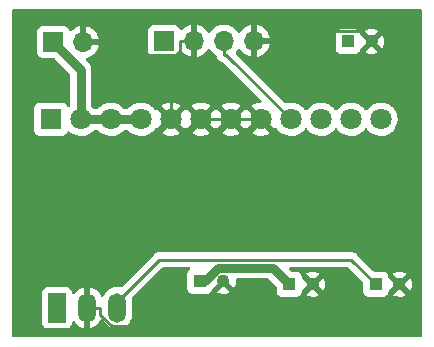
<source format=gbr>
%TF.GenerationSoftware,KiCad,Pcbnew,(6.0.5)*%
%TF.CreationDate,2023-06-19T01:03:16+02:00*%
%TF.ProjectId,PCB_Alimentacion,5043425f-416c-4696-9d65-6e746163696f,rev?*%
%TF.SameCoordinates,Original*%
%TF.FileFunction,Copper,L1,Top*%
%TF.FilePolarity,Positive*%
%FSLAX46Y46*%
G04 Gerber Fmt 4.6, Leading zero omitted, Abs format (unit mm)*
G04 Created by KiCad (PCBNEW (6.0.5)) date 2023-06-19 01:03:16*
%MOMM*%
%LPD*%
G01*
G04 APERTURE LIST*
%TA.AperFunction,ComponentPad*%
%ADD10R,1.500000X2.500000*%
%TD*%
%TA.AperFunction,ComponentPad*%
%ADD11O,1.500000X2.500000*%
%TD*%
%TA.AperFunction,ComponentPad*%
%ADD12C,1.100000*%
%TD*%
%TA.AperFunction,ComponentPad*%
%ADD13R,1.100000X1.100000*%
%TD*%
%TA.AperFunction,ComponentPad*%
%ADD14R,1.800000X1.800000*%
%TD*%
%TA.AperFunction,ComponentPad*%
%ADD15C,1.800000*%
%TD*%
%TA.AperFunction,ComponentPad*%
%ADD16R,1.700000X1.700000*%
%TD*%
%TA.AperFunction,ComponentPad*%
%ADD17O,1.700000X1.700000*%
%TD*%
%TA.AperFunction,Conductor*%
%ADD18C,0.750000*%
%TD*%
%TA.AperFunction,Conductor*%
%ADD19C,0.250000*%
%TD*%
G04 APERTURE END LIST*
D10*
%TO.P,U1,1,Vin*%
%TO.N,PWR*%
X118967500Y-97382500D03*
D11*
%TO.P,U1,2,GND*%
%TO.N,GND*%
X121507500Y-97382500D03*
%TO.P,U1,3,Vout*%
%TO.N,PWR_Arduino*%
X124047500Y-97382500D03*
%TD*%
D12*
%TO.P,C4,N*%
%TO.N,GND*%
X145587500Y-74850000D03*
D13*
%TO.P,C4,P*%
%TO.N,PWR_Raspberry*%
X143587500Y-74850000D03*
%TD*%
D14*
%TO.P,PS1,1,CTRL*%
%TO.N,unconnected-(PS1-Pad1)*%
X118430000Y-81430000D03*
D15*
%TO.P,PS1,2,VIN*%
%TO.N,PWR*%
X120970000Y-81430000D03*
%TO.P,PS1,3,VIN*%
X123510000Y-81430000D03*
%TO.P,PS1,4,VIN*%
X126050000Y-81430000D03*
%TO.P,PS1,5,GND*%
%TO.N,GND*%
X128590000Y-81430000D03*
%TO.P,PS1,6,GND*%
X131130000Y-81430000D03*
%TO.P,PS1,7,GND*%
X133670000Y-81430000D03*
%TO.P,PS1,8,GND*%
X136210000Y-81430000D03*
%TO.P,PS1,9,+VO1*%
%TO.N,PWR_Raspberry*%
X138750000Y-81430000D03*
%TO.P,PS1,10,+VO1*%
X141290000Y-81430000D03*
%TO.P,PS1,11,+VO2*%
%TO.N,unconnected-(PS1-Pad11)*%
X143830000Y-81430000D03*
%TO.P,PS1,12,TRIM*%
%TO.N,unconnected-(PS1-Pad12)*%
X146370000Y-81430000D03*
%TD*%
D16*
%TO.P,J2,1,Pin_1*%
%TO.N,PWR_Arduino*%
X128000000Y-74800000D03*
D17*
%TO.P,J2,2,Pin_2*%
%TO.N,GND*%
X130540000Y-74800000D03*
%TO.P,J2,3,Pin_3*%
%TO.N,PWR_Raspberry*%
X133080000Y-74800000D03*
%TO.P,J2,4,Pin_4*%
%TO.N,GND*%
X135620000Y-74800000D03*
%TD*%
D12*
%TO.P,C3,N*%
%TO.N,GND*%
X147937500Y-95400000D03*
D13*
%TO.P,C3,P*%
%TO.N,PWR_Arduino*%
X145937500Y-95400000D03*
%TD*%
D12*
%TO.P,C2,N*%
%TO.N,GND*%
X140600000Y-95400000D03*
D13*
%TO.P,C2,P*%
%TO.N,PWR*%
X138600000Y-95400000D03*
%TD*%
D16*
%TO.P,J1,1,Pin_1*%
%TO.N,PWR*%
X118625000Y-74900000D03*
D17*
%TO.P,J1,2,Pin_2*%
%TO.N,GND*%
X121165000Y-74900000D03*
%TD*%
D12*
%TO.P,C1,N*%
%TO.N,GND*%
X133037500Y-95150000D03*
D13*
%TO.P,C1,P*%
%TO.N,PWR*%
X131037500Y-95150000D03*
%TD*%
D18*
%TO.N,PWR*%
X120970000Y-77245000D02*
X120970000Y-81430000D01*
X137225489Y-94025489D02*
X138600000Y-95400000D01*
X120970000Y-81430000D02*
X123510000Y-81430000D01*
X118625000Y-74900000D02*
X120970000Y-77245000D01*
X123510000Y-81430000D02*
X126050000Y-81430000D01*
X131447200Y-95150000D02*
X132571711Y-94025489D01*
X132571711Y-94025489D02*
X137225489Y-94025489D01*
X131037500Y-95150000D02*
X131447200Y-95150000D01*
D19*
%TO.N,GND*%
X144712200Y-73974700D02*
X137620600Y-73974700D01*
X133037500Y-95150000D02*
X129225000Y-98962500D01*
X136210000Y-81430000D02*
X133670000Y-81430000D01*
X133670000Y-81430000D02*
X131130000Y-81430000D01*
X122582800Y-97970600D02*
X122582800Y-97382500D01*
X121165000Y-74900000D02*
X122340300Y-74900000D01*
X121507500Y-97382500D02*
X122582800Y-97382500D01*
X128590000Y-81430000D02*
X128590000Y-75979400D01*
X130540000Y-74800000D02*
X129364700Y-74800000D01*
X129364700Y-74800000D02*
X129364700Y-75608000D01*
X129225000Y-98962500D02*
X123574700Y-98962500D01*
X145587500Y-74850000D02*
X144712200Y-73974700D01*
X123419700Y-75979400D02*
X122340300Y-74900000D01*
X128993300Y-75979400D02*
X128590000Y-75979400D01*
X135620000Y-74800000D02*
X136795300Y-74800000D01*
X137620600Y-73974700D02*
X136795300Y-74800000D01*
X128590000Y-75979400D02*
X123419700Y-75979400D01*
X123574700Y-98962500D02*
X122582800Y-97970600D01*
X129364700Y-75608000D02*
X128993300Y-75979400D01*
%TO.N,PWR_Arduino*%
X143863479Y-93325979D02*
X127604021Y-93325979D01*
X127604021Y-93325979D02*
X124047500Y-96882500D01*
X124047500Y-96882500D02*
X124047500Y-97382500D01*
X145937500Y-95400000D02*
X143863479Y-93325979D01*
%TO.N,PWR_Raspberry*%
X138750000Y-81430000D02*
X133295300Y-75975300D01*
X133080000Y-74800000D02*
X133080000Y-75975300D01*
X133295300Y-75975300D02*
X133080000Y-75975300D01*
%TD*%
%TA.AperFunction,Conductor*%
%TO.N,GND*%
G36*
X149721014Y-72124013D02*
G01*
X149735849Y-72126323D01*
X149735852Y-72126323D01*
X149744722Y-72127704D01*
X149750497Y-72126949D01*
X149816851Y-72147316D01*
X149862684Y-72201536D01*
X149871148Y-72242877D01*
X149872296Y-72242727D01*
X149876424Y-72274301D01*
X149877487Y-72290635D01*
X149877487Y-99715633D01*
X149875987Y-99735018D01*
X149872296Y-99758724D01*
X149873052Y-99764508D01*
X149852680Y-99830867D01*
X149798459Y-99876699D01*
X149757123Y-99885161D01*
X149757273Y-99886309D01*
X149725699Y-99890437D01*
X149709365Y-99891500D01*
X115298369Y-99891500D01*
X115278986Y-99890000D01*
X115255278Y-99886309D01*
X115250075Y-99886989D01*
X115184001Y-99866710D01*
X115138165Y-99812492D01*
X115127684Y-99769778D01*
X115127742Y-99765000D01*
X115123786Y-99737376D01*
X115122513Y-99719514D01*
X115122513Y-98680634D01*
X117709000Y-98680634D01*
X117715755Y-98742816D01*
X117766885Y-98879205D01*
X117854239Y-98995761D01*
X117970795Y-99083115D01*
X118107184Y-99134245D01*
X118169366Y-99141000D01*
X119765634Y-99141000D01*
X119827816Y-99134245D01*
X119964205Y-99083115D01*
X120080761Y-98995761D01*
X120168115Y-98879205D01*
X120219245Y-98742816D01*
X120226000Y-98680634D01*
X120226000Y-98646323D01*
X120246002Y-98578202D01*
X120299658Y-98531709D01*
X120369932Y-98521605D01*
X120434512Y-98551099D01*
X120454323Y-98572797D01*
X120548075Y-98703267D01*
X120555383Y-98711733D01*
X120708582Y-98860192D01*
X120717279Y-98867235D01*
X120894344Y-98986219D01*
X120904142Y-98991605D01*
X121099490Y-99077357D01*
X121110082Y-99080922D01*
X121235884Y-99111124D01*
X121249970Y-99110419D01*
X121253500Y-99101540D01*
X121253500Y-99100911D01*
X121761500Y-99100911D01*
X121765605Y-99114893D01*
X121775228Y-99116386D01*
X121775473Y-99116334D01*
X121979383Y-99053602D01*
X121989729Y-99049381D01*
X122179314Y-98951529D01*
X122188745Y-98945543D01*
X122358001Y-98815668D01*
X122366224Y-98808107D01*
X122509812Y-98650306D01*
X122516567Y-98641406D01*
X122629934Y-98460685D01*
X122635011Y-98450719D01*
X122660167Y-98388142D01*
X122704133Y-98332397D01*
X122771258Y-98309272D01*
X122840229Y-98326109D01*
X122890800Y-98380893D01*
X122959878Y-98525718D01*
X123090971Y-98708154D01*
X123095003Y-98712061D01*
X123247862Y-98860192D01*
X123252299Y-98864492D01*
X123438762Y-98989790D01*
X123644467Y-99080088D01*
X123649918Y-99081397D01*
X123649922Y-99081398D01*
X123857454Y-99131222D01*
X123862911Y-99132532D01*
X123946975Y-99137379D01*
X124081583Y-99145140D01*
X124081586Y-99145140D01*
X124087190Y-99145463D01*
X124310215Y-99118475D01*
X124524935Y-99052418D01*
X124529915Y-99049848D01*
X124529919Y-99049846D01*
X124719581Y-98951954D01*
X124719582Y-98951954D01*
X124724564Y-98949382D01*
X124902792Y-98812623D01*
X125053985Y-98646464D01*
X125096806Y-98578202D01*
X125170385Y-98460905D01*
X125173364Y-98456156D01*
X125257156Y-98247717D01*
X125302713Y-98027733D01*
X125306000Y-97970725D01*
X125306000Y-96825501D01*
X125291117Y-96658738D01*
X125283803Y-96632003D01*
X125285122Y-96561018D01*
X125316243Y-96509661D01*
X127829520Y-93996384D01*
X127891832Y-93962358D01*
X127918615Y-93959479D01*
X130115968Y-93959479D01*
X130184089Y-93979481D01*
X130230582Y-94033137D01*
X130240686Y-94103411D01*
X130211192Y-94167991D01*
X130191534Y-94186304D01*
X130124239Y-94236739D01*
X130036885Y-94353295D01*
X129985755Y-94489684D01*
X129979000Y-94551866D01*
X129979000Y-95748134D01*
X129985755Y-95810316D01*
X130036885Y-95946705D01*
X130124239Y-96063261D01*
X130240795Y-96150615D01*
X130377184Y-96201745D01*
X130439366Y-96208500D01*
X131635634Y-96208500D01*
X131697816Y-96201745D01*
X131834205Y-96150615D01*
X131950761Y-96063261D01*
X131956295Y-96055877D01*
X132496453Y-96055877D01*
X132501363Y-96062435D01*
X132606504Y-96121198D01*
X132617742Y-96126107D01*
X132803352Y-96186415D01*
X132815326Y-96189048D01*
X133009124Y-96212157D01*
X133021373Y-96212414D01*
X133215967Y-96197441D01*
X133228047Y-96195310D01*
X133416014Y-96142828D01*
X133427447Y-96138394D01*
X133570226Y-96066271D01*
X133580510Y-96056626D01*
X133578272Y-96049982D01*
X133050312Y-95522022D01*
X133036368Y-95514408D01*
X133034535Y-95514539D01*
X133027920Y-95518790D01*
X132503213Y-96043497D01*
X132496453Y-96055877D01*
X131956295Y-96055877D01*
X132038115Y-95946705D01*
X132089245Y-95810316D01*
X132090098Y-95802461D01*
X132090099Y-95802458D01*
X132090850Y-95795541D01*
X132114192Y-95735065D01*
X132115283Y-95733564D01*
X132128108Y-95718550D01*
X132900763Y-94945894D01*
X132963076Y-94911869D01*
X132989859Y-94908989D01*
X133103509Y-94908989D01*
X133171630Y-94928991D01*
X133192604Y-94945894D01*
X133930835Y-95684125D01*
X133943215Y-95690885D01*
X133949949Y-95685844D01*
X134005661Y-95587772D01*
X134010655Y-95576556D01*
X134072253Y-95391384D01*
X134074973Y-95379412D01*
X134099763Y-95183186D01*
X134100254Y-95176161D01*
X134100570Y-95153506D01*
X134100277Y-95146511D01*
X134090548Y-95047284D01*
X134103808Y-94977537D01*
X134152671Y-94926030D01*
X134215947Y-94908989D01*
X136807341Y-94908989D01*
X136875462Y-94928991D01*
X136896436Y-94945894D01*
X137504595Y-95554053D01*
X137538621Y-95616365D01*
X137541500Y-95643148D01*
X137541500Y-95998134D01*
X137548255Y-96060316D01*
X137599385Y-96196705D01*
X137686739Y-96313261D01*
X137803295Y-96400615D01*
X137939684Y-96451745D01*
X138001866Y-96458500D01*
X139198134Y-96458500D01*
X139260316Y-96451745D01*
X139396705Y-96400615D01*
X139513261Y-96313261D01*
X139518795Y-96305877D01*
X140058953Y-96305877D01*
X140063863Y-96312435D01*
X140169004Y-96371198D01*
X140180242Y-96376107D01*
X140365852Y-96436415D01*
X140377826Y-96439048D01*
X140571624Y-96462157D01*
X140583873Y-96462414D01*
X140778467Y-96447441D01*
X140790547Y-96445310D01*
X140978514Y-96392828D01*
X140989947Y-96388394D01*
X141132726Y-96316271D01*
X141143010Y-96306626D01*
X141140772Y-96299982D01*
X140612812Y-95772022D01*
X140598868Y-95764408D01*
X140597035Y-95764539D01*
X140590420Y-95768790D01*
X140065713Y-96293497D01*
X140058953Y-96305877D01*
X139518795Y-96305877D01*
X139600615Y-96196705D01*
X139651745Y-96060316D01*
X139652598Y-96052464D01*
X139652599Y-96052460D01*
X139655648Y-96024388D01*
X139682890Y-95958825D01*
X139692647Y-95948849D01*
X139692294Y-95948496D01*
X140227978Y-95412812D01*
X140234356Y-95401132D01*
X140964408Y-95401132D01*
X140964539Y-95402965D01*
X140968790Y-95409580D01*
X141493335Y-95934125D01*
X141505715Y-95940885D01*
X141512449Y-95935844D01*
X141568161Y-95837772D01*
X141573155Y-95826556D01*
X141634753Y-95641384D01*
X141637473Y-95629412D01*
X141662263Y-95433186D01*
X141662754Y-95426161D01*
X141663070Y-95403506D01*
X141662777Y-95396511D01*
X141643473Y-95199639D01*
X141641090Y-95187604D01*
X141584683Y-95000777D01*
X141580009Y-94989436D01*
X141515534Y-94868176D01*
X141505674Y-94858095D01*
X141498547Y-94860663D01*
X140972022Y-95387188D01*
X140964408Y-95401132D01*
X140234356Y-95401132D01*
X140235592Y-95398868D01*
X140235461Y-95397035D01*
X140231210Y-95390420D01*
X139693490Y-94852700D01*
X139696736Y-94849454D01*
X139670401Y-94823116D01*
X139655727Y-94776341D01*
X139652598Y-94747540D01*
X139651745Y-94739684D01*
X139600615Y-94603295D01*
X139518738Y-94494047D01*
X140057766Y-94494047D01*
X140060221Y-94501011D01*
X140587188Y-95027978D01*
X140601132Y-95035592D01*
X140602965Y-95035461D01*
X140609580Y-95031210D01*
X141134729Y-94506061D01*
X141141489Y-94493681D01*
X141136830Y-94487458D01*
X141017395Y-94422881D01*
X141006088Y-94418128D01*
X140819656Y-94360417D01*
X140807644Y-94357951D01*
X140613550Y-94337551D01*
X140601282Y-94337466D01*
X140406930Y-94355153D01*
X140394881Y-94357451D01*
X140207658Y-94412554D01*
X140196290Y-94417147D01*
X140067915Y-94484260D01*
X140057766Y-94494047D01*
X139518738Y-94494047D01*
X139513261Y-94486739D01*
X139396705Y-94399385D01*
X139260316Y-94348255D01*
X139198134Y-94341500D01*
X138843148Y-94341500D01*
X138775027Y-94321498D01*
X138754053Y-94304595D01*
X138624032Y-94174574D01*
X138590006Y-94112262D01*
X138595071Y-94041447D01*
X138637618Y-93984611D01*
X138704138Y-93959800D01*
X138713127Y-93959479D01*
X143548885Y-93959479D01*
X143617006Y-93979481D01*
X143637980Y-93996384D01*
X144842095Y-95200499D01*
X144876121Y-95262811D01*
X144879000Y-95289594D01*
X144879000Y-95998134D01*
X144885755Y-96060316D01*
X144936885Y-96196705D01*
X145024239Y-96313261D01*
X145140795Y-96400615D01*
X145277184Y-96451745D01*
X145339366Y-96458500D01*
X146535634Y-96458500D01*
X146597816Y-96451745D01*
X146734205Y-96400615D01*
X146850761Y-96313261D01*
X146856295Y-96305877D01*
X147396453Y-96305877D01*
X147401363Y-96312435D01*
X147506504Y-96371198D01*
X147517742Y-96376107D01*
X147703352Y-96436415D01*
X147715326Y-96439048D01*
X147909124Y-96462157D01*
X147921373Y-96462414D01*
X148115967Y-96447441D01*
X148128047Y-96445310D01*
X148316014Y-96392828D01*
X148327447Y-96388394D01*
X148470226Y-96316271D01*
X148480510Y-96306626D01*
X148478272Y-96299982D01*
X147950312Y-95772022D01*
X147936368Y-95764408D01*
X147934535Y-95764539D01*
X147927920Y-95768790D01*
X147403213Y-96293497D01*
X147396453Y-96305877D01*
X146856295Y-96305877D01*
X146938115Y-96196705D01*
X146989245Y-96060316D01*
X146990098Y-96052464D01*
X146990099Y-96052460D01*
X146993148Y-96024388D01*
X147020390Y-95958825D01*
X147030147Y-95948849D01*
X147029794Y-95948496D01*
X147565478Y-95412812D01*
X147571856Y-95401132D01*
X148301908Y-95401132D01*
X148302039Y-95402965D01*
X148306290Y-95409580D01*
X148830835Y-95934125D01*
X148843215Y-95940885D01*
X148849949Y-95935844D01*
X148905661Y-95837772D01*
X148910655Y-95826556D01*
X148972253Y-95641384D01*
X148974973Y-95629412D01*
X148999763Y-95433186D01*
X149000254Y-95426161D01*
X149000570Y-95403506D01*
X149000277Y-95396511D01*
X148980973Y-95199639D01*
X148978590Y-95187604D01*
X148922183Y-95000777D01*
X148917509Y-94989436D01*
X148853034Y-94868176D01*
X148843174Y-94858095D01*
X148836047Y-94860663D01*
X148309522Y-95387188D01*
X148301908Y-95401132D01*
X147571856Y-95401132D01*
X147573092Y-95398868D01*
X147572961Y-95397035D01*
X147568710Y-95390420D01*
X147030990Y-94852700D01*
X147034236Y-94849454D01*
X147007901Y-94823116D01*
X146993227Y-94776341D01*
X146990098Y-94747540D01*
X146989245Y-94739684D01*
X146938115Y-94603295D01*
X146856238Y-94494047D01*
X147395266Y-94494047D01*
X147397721Y-94501011D01*
X147924688Y-95027978D01*
X147938632Y-95035592D01*
X147940465Y-95035461D01*
X147947080Y-95031210D01*
X148472229Y-94506061D01*
X148478989Y-94493681D01*
X148474330Y-94487458D01*
X148354895Y-94422881D01*
X148343588Y-94418128D01*
X148157156Y-94360417D01*
X148145144Y-94357951D01*
X147951050Y-94337551D01*
X147938782Y-94337466D01*
X147744430Y-94355153D01*
X147732381Y-94357451D01*
X147545158Y-94412554D01*
X147533790Y-94417147D01*
X147405415Y-94484260D01*
X147395266Y-94494047D01*
X146856238Y-94494047D01*
X146850761Y-94486739D01*
X146734205Y-94399385D01*
X146597816Y-94348255D01*
X146535634Y-94341500D01*
X145827094Y-94341500D01*
X145758973Y-94321498D01*
X145737999Y-94304595D01*
X144367131Y-92933726D01*
X144359591Y-92925440D01*
X144355479Y-92918961D01*
X144305827Y-92872335D01*
X144302986Y-92869581D01*
X144283249Y-92849844D01*
X144280052Y-92847364D01*
X144271030Y-92839659D01*
X144257595Y-92827043D01*
X144238800Y-92809393D01*
X144231854Y-92805574D01*
X144231851Y-92805572D01*
X144221045Y-92799631D01*
X144204526Y-92788780D01*
X144204062Y-92788420D01*
X144188520Y-92776365D01*
X144181251Y-92773220D01*
X144181247Y-92773217D01*
X144147942Y-92758805D01*
X144137292Y-92753588D01*
X144098539Y-92732284D01*
X144078916Y-92727246D01*
X144060213Y-92720842D01*
X144048899Y-92715946D01*
X144048898Y-92715946D01*
X144041624Y-92712798D01*
X144033801Y-92711559D01*
X144033791Y-92711556D01*
X143997955Y-92705880D01*
X143986335Y-92703474D01*
X143951190Y-92694451D01*
X143951189Y-92694451D01*
X143943509Y-92692479D01*
X143923255Y-92692479D01*
X143903544Y-92690928D01*
X143891365Y-92688999D01*
X143883536Y-92687759D01*
X143854265Y-92690526D01*
X143839518Y-92691920D01*
X143827660Y-92692479D01*
X127682788Y-92692479D01*
X127671605Y-92691952D01*
X127664112Y-92690277D01*
X127656186Y-92690526D01*
X127656185Y-92690526D01*
X127596035Y-92692417D01*
X127592076Y-92692479D01*
X127564165Y-92692479D01*
X127560231Y-92692976D01*
X127560230Y-92692976D01*
X127560165Y-92692984D01*
X127548328Y-92693917D01*
X127516511Y-92694917D01*
X127512050Y-92695057D01*
X127504131Y-92695306D01*
X127486475Y-92700435D01*
X127484679Y-92700957D01*
X127465327Y-92704965D01*
X127458256Y-92705859D01*
X127445224Y-92707505D01*
X127437855Y-92710422D01*
X127437853Y-92710423D01*
X127404118Y-92723779D01*
X127392890Y-92727624D01*
X127350428Y-92739961D01*
X127343606Y-92743995D01*
X127343600Y-92743998D01*
X127332989Y-92750273D01*
X127315239Y-92758969D01*
X127303777Y-92763507D01*
X127303772Y-92763510D01*
X127296404Y-92766427D01*
X127278991Y-92779078D01*
X127260646Y-92792406D01*
X127250728Y-92798922D01*
X127239484Y-92805572D01*
X127212658Y-92821437D01*
X127198334Y-92835761D01*
X127183302Y-92848600D01*
X127166914Y-92860507D01*
X127138733Y-92894572D01*
X127130743Y-92903352D01*
X124418700Y-95615395D01*
X124356388Y-95649421D01*
X124300190Y-95648818D01*
X124299341Y-95648614D01*
X124232089Y-95632468D01*
X124148025Y-95627621D01*
X124013417Y-95619860D01*
X124013414Y-95619860D01*
X124007810Y-95619537D01*
X123784785Y-95646525D01*
X123570065Y-95712582D01*
X123565085Y-95715152D01*
X123565081Y-95715154D01*
X123395933Y-95802458D01*
X123370436Y-95815618D01*
X123192208Y-95952377D01*
X123041015Y-96118536D01*
X123038037Y-96123283D01*
X123038035Y-96123286D01*
X122984581Y-96208500D01*
X122921636Y-96308844D01*
X122894286Y-96376878D01*
X122850322Y-96432620D01*
X122783197Y-96455745D01*
X122714226Y-96438908D01*
X122663655Y-96384124D01*
X122597103Y-96244597D01*
X122591418Y-96234984D01*
X122466925Y-96061733D01*
X122459617Y-96053267D01*
X122306418Y-95904808D01*
X122297721Y-95897765D01*
X122120656Y-95778781D01*
X122110858Y-95773395D01*
X121915510Y-95687643D01*
X121904918Y-95684078D01*
X121779116Y-95653876D01*
X121765030Y-95654581D01*
X121761500Y-95663460D01*
X121761500Y-99100911D01*
X121253500Y-99100911D01*
X121253500Y-95664089D01*
X121249395Y-95650107D01*
X121239772Y-95648614D01*
X121239527Y-95648666D01*
X121035617Y-95711398D01*
X121025271Y-95715619D01*
X120835686Y-95813471D01*
X120826255Y-95819457D01*
X120656999Y-95949332D01*
X120648776Y-95956893D01*
X120505188Y-96114694D01*
X120498436Y-96123589D01*
X120458737Y-96186875D01*
X120405593Y-96233952D01*
X120335434Y-96244824D01*
X120270535Y-96216040D01*
X120231500Y-96156737D01*
X120226000Y-96119918D01*
X120226000Y-96084366D01*
X120219245Y-96022184D01*
X120168115Y-95885795D01*
X120080761Y-95769239D01*
X119964205Y-95681885D01*
X119827816Y-95630755D01*
X119765634Y-95624000D01*
X118169366Y-95624000D01*
X118107184Y-95630755D01*
X117970795Y-95681885D01*
X117854239Y-95769239D01*
X117766885Y-95885795D01*
X117715755Y-96022184D01*
X117709000Y-96084366D01*
X117709000Y-98680634D01*
X115122513Y-98680634D01*
X115122513Y-82378134D01*
X117021500Y-82378134D01*
X117028255Y-82440316D01*
X117079385Y-82576705D01*
X117166739Y-82693261D01*
X117283295Y-82780615D01*
X117419684Y-82831745D01*
X117481866Y-82838500D01*
X119378134Y-82838500D01*
X119440316Y-82831745D01*
X119576705Y-82780615D01*
X119693261Y-82693261D01*
X119780615Y-82576705D01*
X119805180Y-82511178D01*
X119847822Y-82454414D01*
X119914383Y-82429714D01*
X119983732Y-82444921D01*
X120003647Y-82458464D01*
X120068724Y-82512492D01*
X120159349Y-82587730D01*
X120359322Y-82704584D01*
X120575694Y-82787209D01*
X120580760Y-82788240D01*
X120580761Y-82788240D01*
X120633846Y-82799040D01*
X120802656Y-82833385D01*
X120932089Y-82838131D01*
X121028949Y-82841683D01*
X121028953Y-82841683D01*
X121034113Y-82841872D01*
X121039233Y-82841216D01*
X121039235Y-82841216D01*
X121113166Y-82831745D01*
X121263847Y-82812442D01*
X121268795Y-82810957D01*
X121268802Y-82810956D01*
X121480747Y-82747369D01*
X121485690Y-82745886D01*
X121567161Y-82705974D01*
X121689049Y-82646262D01*
X121689052Y-82646260D01*
X121693684Y-82643991D01*
X121882243Y-82509494D01*
X122042044Y-82350249D01*
X122104415Y-82316333D01*
X122130984Y-82313500D01*
X122354202Y-82313500D01*
X122422323Y-82333502D01*
X122449438Y-82357002D01*
X122479315Y-82391492D01*
X122517763Y-82435878D01*
X122517766Y-82435881D01*
X122521147Y-82439784D01*
X122699349Y-82587730D01*
X122899322Y-82704584D01*
X123115694Y-82787209D01*
X123120760Y-82788240D01*
X123120761Y-82788240D01*
X123173846Y-82799040D01*
X123342656Y-82833385D01*
X123472089Y-82838131D01*
X123568949Y-82841683D01*
X123568953Y-82841683D01*
X123574113Y-82841872D01*
X123579233Y-82841216D01*
X123579235Y-82841216D01*
X123653166Y-82831745D01*
X123803847Y-82812442D01*
X123808795Y-82810957D01*
X123808802Y-82810956D01*
X124020747Y-82747369D01*
X124025690Y-82745886D01*
X124107161Y-82705974D01*
X124229049Y-82646262D01*
X124229052Y-82646260D01*
X124233684Y-82643991D01*
X124422243Y-82509494D01*
X124582044Y-82350249D01*
X124644415Y-82316333D01*
X124670984Y-82313500D01*
X124894202Y-82313500D01*
X124962323Y-82333502D01*
X124989438Y-82357002D01*
X125019315Y-82391492D01*
X125057763Y-82435878D01*
X125057766Y-82435881D01*
X125061147Y-82439784D01*
X125239349Y-82587730D01*
X125439322Y-82704584D01*
X125655694Y-82787209D01*
X125660760Y-82788240D01*
X125660761Y-82788240D01*
X125713846Y-82799040D01*
X125882656Y-82833385D01*
X126012089Y-82838131D01*
X126108949Y-82841683D01*
X126108953Y-82841683D01*
X126114113Y-82841872D01*
X126119233Y-82841216D01*
X126119235Y-82841216D01*
X126193166Y-82831745D01*
X126343847Y-82812442D01*
X126348795Y-82810957D01*
X126348802Y-82810956D01*
X126560747Y-82747369D01*
X126565690Y-82745886D01*
X126647161Y-82705974D01*
X126769049Y-82646262D01*
X126769052Y-82646260D01*
X126773684Y-82643991D01*
X126847406Y-82591406D01*
X127793423Y-82591406D01*
X127798704Y-82598461D01*
X127975080Y-82701527D01*
X127984363Y-82705974D01*
X128191003Y-82784883D01*
X128200901Y-82787759D01*
X128417653Y-82831857D01*
X128427883Y-82833076D01*
X128648914Y-82841182D01*
X128659223Y-82840714D01*
X128878623Y-82812608D01*
X128888688Y-82810468D01*
X129100557Y-82746905D01*
X129110152Y-82743144D01*
X129308778Y-82645838D01*
X129317636Y-82640559D01*
X129375097Y-82599572D01*
X129381509Y-82591406D01*
X130333423Y-82591406D01*
X130338704Y-82598461D01*
X130515080Y-82701527D01*
X130524363Y-82705974D01*
X130731003Y-82784883D01*
X130740901Y-82787759D01*
X130957653Y-82831857D01*
X130967883Y-82833076D01*
X131188914Y-82841182D01*
X131199223Y-82840714D01*
X131418623Y-82812608D01*
X131428688Y-82810468D01*
X131640557Y-82746905D01*
X131650152Y-82743144D01*
X131848778Y-82645838D01*
X131857636Y-82640559D01*
X131915097Y-82599572D01*
X131921509Y-82591406D01*
X132873423Y-82591406D01*
X132878704Y-82598461D01*
X133055080Y-82701527D01*
X133064363Y-82705974D01*
X133271003Y-82784883D01*
X133280901Y-82787759D01*
X133497653Y-82831857D01*
X133507883Y-82833076D01*
X133728914Y-82841182D01*
X133739223Y-82840714D01*
X133958623Y-82812608D01*
X133968688Y-82810468D01*
X134180557Y-82746905D01*
X134190152Y-82743144D01*
X134388778Y-82645838D01*
X134397636Y-82640559D01*
X134455097Y-82599572D01*
X134461509Y-82591406D01*
X135413423Y-82591406D01*
X135418704Y-82598461D01*
X135595080Y-82701527D01*
X135604363Y-82705974D01*
X135811003Y-82784883D01*
X135820901Y-82787759D01*
X136037653Y-82831857D01*
X136047883Y-82833076D01*
X136268914Y-82841182D01*
X136279223Y-82840714D01*
X136498623Y-82812608D01*
X136508688Y-82810468D01*
X136720557Y-82746905D01*
X136730152Y-82743144D01*
X136928778Y-82645838D01*
X136937636Y-82640559D01*
X136995097Y-82599572D01*
X137003497Y-82588874D01*
X136996510Y-82575721D01*
X136222811Y-81802021D01*
X136208868Y-81794408D01*
X136207034Y-81794539D01*
X136200420Y-81798790D01*
X135420180Y-82579031D01*
X135413423Y-82591406D01*
X134461509Y-82591406D01*
X134463497Y-82588874D01*
X134456510Y-82575721D01*
X133682811Y-81802021D01*
X133668868Y-81794408D01*
X133667034Y-81794539D01*
X133660420Y-81798790D01*
X132880180Y-82579031D01*
X132873423Y-82591406D01*
X131921509Y-82591406D01*
X131923497Y-82588874D01*
X131916510Y-82575721D01*
X131142811Y-81802021D01*
X131128868Y-81794408D01*
X131127034Y-81794539D01*
X131120420Y-81798790D01*
X130340180Y-82579031D01*
X130333423Y-82591406D01*
X129381509Y-82591406D01*
X129383497Y-82588874D01*
X129376510Y-82575721D01*
X128602811Y-81802021D01*
X128588868Y-81794408D01*
X128587034Y-81794539D01*
X128580420Y-81798790D01*
X127800180Y-82579031D01*
X127793423Y-82591406D01*
X126847406Y-82591406D01*
X126962243Y-82509494D01*
X127126303Y-82346005D01*
X127217275Y-82219404D01*
X127273270Y-82175756D01*
X127343973Y-82169310D01*
X127406938Y-82202113D01*
X127412142Y-82208584D01*
X127430553Y-82225242D01*
X127439331Y-82221458D01*
X128217979Y-81442811D01*
X128224356Y-81431132D01*
X128954408Y-81431132D01*
X128954539Y-81432966D01*
X128958790Y-81439580D01*
X129736307Y-82217096D01*
X129748313Y-82223652D01*
X129774948Y-82203304D01*
X129775734Y-82204333D01*
X129812987Y-82175294D01*
X129883690Y-82168848D01*
X129946655Y-82201651D01*
X129952468Y-82208879D01*
X129970553Y-82225242D01*
X129979331Y-82221458D01*
X130757979Y-81442811D01*
X130764356Y-81431132D01*
X131494408Y-81431132D01*
X131494539Y-81432966D01*
X131498790Y-81439580D01*
X132276307Y-82217096D01*
X132288313Y-82223652D01*
X132314948Y-82203304D01*
X132315734Y-82204333D01*
X132352987Y-82175294D01*
X132423690Y-82168848D01*
X132486655Y-82201651D01*
X132492468Y-82208879D01*
X132510553Y-82225242D01*
X132519331Y-82221458D01*
X133297979Y-81442811D01*
X133304356Y-81431132D01*
X134034408Y-81431132D01*
X134034539Y-81432966D01*
X134038790Y-81439580D01*
X134816307Y-82217096D01*
X134828313Y-82223652D01*
X134854948Y-82203304D01*
X134855734Y-82204333D01*
X134892987Y-82175294D01*
X134963690Y-82168848D01*
X135026655Y-82201651D01*
X135032468Y-82208879D01*
X135050553Y-82225242D01*
X135059331Y-82221458D01*
X135837979Y-81442811D01*
X135845592Y-81428868D01*
X135845461Y-81427034D01*
X135841210Y-81420420D01*
X135063862Y-80643073D01*
X135052330Y-80636776D01*
X135024674Y-80658444D01*
X135023628Y-80657109D01*
X134989380Y-80685175D01*
X134918855Y-80693344D01*
X134855109Y-80662087D01*
X134844642Y-80649704D01*
X134828538Y-80635835D01*
X134818973Y-80640238D01*
X134042021Y-81417189D01*
X134034408Y-81431132D01*
X133304356Y-81431132D01*
X133305592Y-81428868D01*
X133305461Y-81427034D01*
X133301210Y-81420420D01*
X132523862Y-80643073D01*
X132512330Y-80636776D01*
X132484674Y-80658444D01*
X132483628Y-80657109D01*
X132449380Y-80685175D01*
X132378855Y-80693344D01*
X132315109Y-80662087D01*
X132304642Y-80649704D01*
X132288538Y-80635835D01*
X132278973Y-80640238D01*
X131502021Y-81417189D01*
X131494408Y-81431132D01*
X130764356Y-81431132D01*
X130765592Y-81428868D01*
X130765461Y-81427034D01*
X130761210Y-81420420D01*
X129983862Y-80643073D01*
X129972330Y-80636776D01*
X129944674Y-80658444D01*
X129943628Y-80657109D01*
X129909380Y-80685175D01*
X129838855Y-80693344D01*
X129775109Y-80662087D01*
X129764642Y-80649704D01*
X129748538Y-80635835D01*
X129738973Y-80640238D01*
X128962021Y-81417189D01*
X128954408Y-81431132D01*
X128224356Y-81431132D01*
X128225592Y-81428868D01*
X128225461Y-81427034D01*
X128221210Y-81420420D01*
X127443862Y-80643073D01*
X127432330Y-80636776D01*
X127404674Y-80658444D01*
X127403534Y-80656989D01*
X127369695Y-80684724D01*
X127299171Y-80692898D01*
X127235422Y-80661646D01*
X127214722Y-80637159D01*
X127172575Y-80572009D01*
X127172570Y-80572003D01*
X127169764Y-80567665D01*
X127150506Y-80546500D01*
X127038481Y-80423387D01*
X127013887Y-80396358D01*
X127009836Y-80393159D01*
X127009832Y-80393155D01*
X126854790Y-80270711D01*
X127795508Y-80270711D01*
X127802251Y-80283040D01*
X128577189Y-81057979D01*
X128591132Y-81065592D01*
X128592966Y-81065461D01*
X128599580Y-81061210D01*
X129378994Y-80281795D01*
X129385046Y-80270711D01*
X130335508Y-80270711D01*
X130342251Y-80283040D01*
X131117189Y-81057979D01*
X131131132Y-81065592D01*
X131132966Y-81065461D01*
X131139580Y-81061210D01*
X131918994Y-80281795D01*
X131925046Y-80270711D01*
X132875508Y-80270711D01*
X132882251Y-80283040D01*
X133657189Y-81057979D01*
X133671132Y-81065592D01*
X133672966Y-81065461D01*
X133679580Y-81061210D01*
X134458994Y-80281795D01*
X134466011Y-80268944D01*
X134458237Y-80258274D01*
X134455902Y-80256430D01*
X134447320Y-80250729D01*
X134253678Y-80143833D01*
X134244272Y-80139606D01*
X134035772Y-80065772D01*
X134025809Y-80063140D01*
X133808047Y-80024350D01*
X133797796Y-80023381D01*
X133576616Y-80020679D01*
X133566332Y-80021399D01*
X133347693Y-80054855D01*
X133337666Y-80057244D01*
X133127426Y-80125961D01*
X133117916Y-80129958D01*
X132921725Y-80232089D01*
X132913007Y-80237578D01*
X132883961Y-80259386D01*
X132875508Y-80270711D01*
X131925046Y-80270711D01*
X131926011Y-80268944D01*
X131918237Y-80258274D01*
X131915902Y-80256430D01*
X131907320Y-80250729D01*
X131713678Y-80143833D01*
X131704272Y-80139606D01*
X131495772Y-80065772D01*
X131485809Y-80063140D01*
X131268047Y-80024350D01*
X131257796Y-80023381D01*
X131036616Y-80020679D01*
X131026332Y-80021399D01*
X130807693Y-80054855D01*
X130797666Y-80057244D01*
X130587426Y-80125961D01*
X130577916Y-80129958D01*
X130381725Y-80232089D01*
X130373007Y-80237578D01*
X130343961Y-80259386D01*
X130335508Y-80270711D01*
X129385046Y-80270711D01*
X129386011Y-80268944D01*
X129378237Y-80258274D01*
X129375902Y-80256430D01*
X129367320Y-80250729D01*
X129173678Y-80143833D01*
X129164272Y-80139606D01*
X128955772Y-80065772D01*
X128945809Y-80063140D01*
X128728047Y-80024350D01*
X128717796Y-80023381D01*
X128496616Y-80020679D01*
X128486332Y-80021399D01*
X128267693Y-80054855D01*
X128257666Y-80057244D01*
X128047426Y-80125961D01*
X128037916Y-80129958D01*
X127841725Y-80232089D01*
X127833007Y-80237578D01*
X127803961Y-80259386D01*
X127795508Y-80270711D01*
X126854790Y-80270711D01*
X126836177Y-80256011D01*
X126836172Y-80256008D01*
X126832123Y-80252810D01*
X126827607Y-80250317D01*
X126827604Y-80250315D01*
X126633879Y-80143373D01*
X126633875Y-80143371D01*
X126629355Y-80140876D01*
X126624486Y-80139152D01*
X126624482Y-80139150D01*
X126415903Y-80065288D01*
X126415899Y-80065287D01*
X126411028Y-80063562D01*
X126405935Y-80062655D01*
X126405932Y-80062654D01*
X126188095Y-80023851D01*
X126188089Y-80023850D01*
X126183006Y-80022945D01*
X126110096Y-80022054D01*
X125956581Y-80020179D01*
X125956579Y-80020179D01*
X125951411Y-80020116D01*
X125722464Y-80055150D01*
X125502314Y-80127106D01*
X125497726Y-80129494D01*
X125497722Y-80129496D01*
X125301461Y-80231663D01*
X125296872Y-80234052D01*
X125292739Y-80237155D01*
X125292736Y-80237157D01*
X125116150Y-80369742D01*
X125111655Y-80373117D01*
X125085793Y-80400180D01*
X124983187Y-80507551D01*
X124921663Y-80542981D01*
X124892093Y-80546500D01*
X124666209Y-80546500D01*
X124598088Y-80526498D01*
X124573015Y-80505299D01*
X124477365Y-80400180D01*
X124477363Y-80400178D01*
X124473887Y-80396358D01*
X124469836Y-80393159D01*
X124469832Y-80393155D01*
X124296177Y-80256011D01*
X124296172Y-80256008D01*
X124292123Y-80252810D01*
X124287607Y-80250317D01*
X124287604Y-80250315D01*
X124093879Y-80143373D01*
X124093875Y-80143371D01*
X124089355Y-80140876D01*
X124084486Y-80139152D01*
X124084482Y-80139150D01*
X123875903Y-80065288D01*
X123875899Y-80065287D01*
X123871028Y-80063562D01*
X123865935Y-80062655D01*
X123865932Y-80062654D01*
X123648095Y-80023851D01*
X123648089Y-80023850D01*
X123643006Y-80022945D01*
X123570096Y-80022054D01*
X123416581Y-80020179D01*
X123416579Y-80020179D01*
X123411411Y-80020116D01*
X123182464Y-80055150D01*
X122962314Y-80127106D01*
X122957726Y-80129494D01*
X122957722Y-80129496D01*
X122761461Y-80231663D01*
X122756872Y-80234052D01*
X122752739Y-80237155D01*
X122752736Y-80237157D01*
X122576150Y-80369742D01*
X122571655Y-80373117D01*
X122545793Y-80400180D01*
X122443187Y-80507551D01*
X122381663Y-80542981D01*
X122352093Y-80546500D01*
X122126209Y-80546500D01*
X122058088Y-80526498D01*
X122033015Y-80505299D01*
X121937365Y-80400180D01*
X121937363Y-80400178D01*
X121933887Y-80396358D01*
X121929832Y-80393155D01*
X121929826Y-80393150D01*
X121901409Y-80370708D01*
X121860345Y-80312792D01*
X121853500Y-80271826D01*
X121853500Y-77324457D01*
X121855051Y-77304745D01*
X121856118Y-77298008D01*
X121857150Y-77291493D01*
X121853673Y-77225150D01*
X121853500Y-77218555D01*
X121853500Y-77198694D01*
X121851423Y-77178931D01*
X121850907Y-77172367D01*
X121847776Y-77112623D01*
X121847775Y-77112619D01*
X121847430Y-77106029D01*
X121843958Y-77093071D01*
X121840355Y-77073628D01*
X121839644Y-77066866D01*
X121838954Y-77060298D01*
X121818422Y-76997106D01*
X121816556Y-76990804D01*
X121801071Y-76933015D01*
X121799362Y-76926637D01*
X121796366Y-76920758D01*
X121796363Y-76920749D01*
X121793272Y-76914683D01*
X121785708Y-76896421D01*
X121783608Y-76889957D01*
X121783605Y-76889949D01*
X121781564Y-76883669D01*
X121778262Y-76877950D01*
X121778260Y-76877945D01*
X121748346Y-76826133D01*
X121745213Y-76820363D01*
X121715047Y-76761161D01*
X121706610Y-76750742D01*
X121695410Y-76734446D01*
X121692004Y-76728546D01*
X121692002Y-76728543D01*
X121688704Y-76722831D01*
X121684288Y-76717926D01*
X121684284Y-76717921D01*
X121644246Y-76673453D01*
X121639966Y-76668443D01*
X121629546Y-76655576D01*
X121629545Y-76655575D01*
X121627472Y-76653015D01*
X121613436Y-76638979D01*
X121608895Y-76634194D01*
X121568856Y-76589726D01*
X121568855Y-76589725D01*
X121564434Y-76584815D01*
X121559094Y-76580935D01*
X121559086Y-76580928D01*
X121553578Y-76576927D01*
X121538543Y-76564086D01*
X121412109Y-76437652D01*
X121378083Y-76375340D01*
X121383148Y-76304525D01*
X121425695Y-76247689D01*
X121464997Y-76227871D01*
X121657252Y-76170192D01*
X121666842Y-76166433D01*
X121858095Y-76072739D01*
X121866945Y-76067464D01*
X122040328Y-75943792D01*
X122048200Y-75937139D01*
X122199052Y-75786812D01*
X122205730Y-75778965D01*
X122263813Y-75698134D01*
X126641500Y-75698134D01*
X126648255Y-75760316D01*
X126699385Y-75896705D01*
X126786739Y-76013261D01*
X126903295Y-76100615D01*
X127039684Y-76151745D01*
X127101866Y-76158500D01*
X128898134Y-76158500D01*
X128960316Y-76151745D01*
X129096705Y-76100615D01*
X129213261Y-76013261D01*
X129300615Y-75896705D01*
X129327081Y-75826107D01*
X129344798Y-75778848D01*
X129387440Y-75722084D01*
X129454001Y-75697384D01*
X129523350Y-75712592D01*
X129558017Y-75740580D01*
X129583218Y-75769673D01*
X129590580Y-75776883D01*
X129754434Y-75912916D01*
X129762881Y-75918831D01*
X129946756Y-76026279D01*
X129956042Y-76030729D01*
X130155001Y-76106703D01*
X130164899Y-76109579D01*
X130268250Y-76130606D01*
X130282299Y-76129410D01*
X130286000Y-76119065D01*
X130286000Y-76118517D01*
X130794000Y-76118517D01*
X130798064Y-76132359D01*
X130811478Y-76134393D01*
X130818184Y-76133534D01*
X130828262Y-76131392D01*
X131032255Y-76070191D01*
X131041842Y-76066433D01*
X131233095Y-75972739D01*
X131241945Y-75967464D01*
X131415328Y-75843792D01*
X131423200Y-75837139D01*
X131574052Y-75686812D01*
X131580730Y-75678965D01*
X131708022Y-75501819D01*
X131709279Y-75502722D01*
X131756373Y-75459362D01*
X131826311Y-75447145D01*
X131891751Y-75474678D01*
X131919579Y-75506511D01*
X131979987Y-75605088D01*
X132126250Y-75773938D01*
X132298126Y-75916632D01*
X132302593Y-75919242D01*
X132389065Y-75969772D01*
X132437789Y-76021410D01*
X132451246Y-76070648D01*
X132452775Y-76094950D01*
X132455225Y-76102491D01*
X132455321Y-76102787D01*
X132460494Y-76125931D01*
X132460532Y-76126235D01*
X132460533Y-76126240D01*
X132461526Y-76134097D01*
X132464442Y-76141462D01*
X132464443Y-76141466D01*
X132482199Y-76186311D01*
X132484871Y-76193730D01*
X132502236Y-76247175D01*
X132506486Y-76253871D01*
X132506486Y-76253872D01*
X132506650Y-76254131D01*
X132517415Y-76275258D01*
X132517529Y-76275546D01*
X132517532Y-76275551D01*
X132520448Y-76282917D01*
X132525104Y-76289325D01*
X132525107Y-76289331D01*
X132553458Y-76328352D01*
X132557901Y-76334889D01*
X132588000Y-76382318D01*
X132593778Y-76387744D01*
X132593779Y-76387745D01*
X132594007Y-76387959D01*
X132609688Y-76405746D01*
X132614528Y-76412407D01*
X132620637Y-76417461D01*
X132620638Y-76417462D01*
X132657796Y-76448203D01*
X132663730Y-76453434D01*
X132698898Y-76486458D01*
X132698901Y-76486460D01*
X132704679Y-76491886D01*
X132711903Y-76495858D01*
X132731506Y-76509181D01*
X132731746Y-76509380D01*
X132731753Y-76509384D01*
X132737856Y-76514433D01*
X132777400Y-76533041D01*
X132788676Y-76538347D01*
X132795708Y-76541929D01*
X132844940Y-76568995D01*
X132852615Y-76570965D01*
X132852621Y-76570968D01*
X132852919Y-76571044D01*
X132875228Y-76579076D01*
X132875503Y-76579206D01*
X132875511Y-76579209D01*
X132882682Y-76582583D01*
X132937849Y-76593106D01*
X132945558Y-76594829D01*
X132994747Y-76607459D01*
X132999970Y-76608800D01*
X132999754Y-76609642D01*
X133058788Y-76635389D01*
X133067015Y-76642919D01*
X136229967Y-79805871D01*
X136263993Y-79868183D01*
X136258928Y-79938998D01*
X136216381Y-79995834D01*
X136149861Y-80020645D01*
X136139331Y-80020957D01*
X136116615Y-80020679D01*
X136106332Y-80021399D01*
X135887693Y-80054855D01*
X135877666Y-80057244D01*
X135667426Y-80125961D01*
X135657916Y-80129958D01*
X135461725Y-80232089D01*
X135453007Y-80237578D01*
X135423961Y-80259386D01*
X135415508Y-80270711D01*
X135422251Y-80283040D01*
X136210000Y-81070790D01*
X137356304Y-82217093D01*
X137368314Y-82223651D01*
X137394949Y-82203303D01*
X137395828Y-82204453D01*
X137432672Y-82175734D01*
X137503376Y-82169289D01*
X137566340Y-82202092D01*
X137586432Y-82227074D01*
X137606800Y-82260313D01*
X137606806Y-82260321D01*
X137609501Y-82264719D01*
X137761147Y-82439784D01*
X137939349Y-82587730D01*
X138139322Y-82704584D01*
X138355694Y-82787209D01*
X138360760Y-82788240D01*
X138360761Y-82788240D01*
X138413846Y-82799040D01*
X138582656Y-82833385D01*
X138712089Y-82838131D01*
X138808949Y-82841683D01*
X138808953Y-82841683D01*
X138814113Y-82841872D01*
X138819233Y-82841216D01*
X138819235Y-82841216D01*
X138893166Y-82831745D01*
X139043847Y-82812442D01*
X139048795Y-82810957D01*
X139048802Y-82810956D01*
X139260747Y-82747369D01*
X139265690Y-82745886D01*
X139347161Y-82705974D01*
X139469049Y-82646262D01*
X139469052Y-82646260D01*
X139473684Y-82643991D01*
X139662243Y-82509494D01*
X139826303Y-82346005D01*
X139829319Y-82341808D01*
X139829326Y-82341800D01*
X139916960Y-82219844D01*
X139972954Y-82176196D01*
X140043658Y-82169750D01*
X140106622Y-82202553D01*
X140126715Y-82227536D01*
X140146800Y-82260313D01*
X140146806Y-82260321D01*
X140149501Y-82264719D01*
X140301147Y-82439784D01*
X140479349Y-82587730D01*
X140679322Y-82704584D01*
X140895694Y-82787209D01*
X140900760Y-82788240D01*
X140900761Y-82788240D01*
X140953846Y-82799040D01*
X141122656Y-82833385D01*
X141252089Y-82838131D01*
X141348949Y-82841683D01*
X141348953Y-82841683D01*
X141354113Y-82841872D01*
X141359233Y-82841216D01*
X141359235Y-82841216D01*
X141433166Y-82831745D01*
X141583847Y-82812442D01*
X141588795Y-82810957D01*
X141588802Y-82810956D01*
X141800747Y-82747369D01*
X141805690Y-82745886D01*
X141887161Y-82705974D01*
X142009049Y-82646262D01*
X142009052Y-82646260D01*
X142013684Y-82643991D01*
X142202243Y-82509494D01*
X142366303Y-82346005D01*
X142369319Y-82341808D01*
X142369326Y-82341800D01*
X142456960Y-82219844D01*
X142512954Y-82176196D01*
X142583658Y-82169750D01*
X142646622Y-82202553D01*
X142666715Y-82227536D01*
X142686800Y-82260313D01*
X142686806Y-82260321D01*
X142689501Y-82264719D01*
X142841147Y-82439784D01*
X143019349Y-82587730D01*
X143219322Y-82704584D01*
X143435694Y-82787209D01*
X143440760Y-82788240D01*
X143440761Y-82788240D01*
X143493846Y-82799040D01*
X143662656Y-82833385D01*
X143792089Y-82838131D01*
X143888949Y-82841683D01*
X143888953Y-82841683D01*
X143894113Y-82841872D01*
X143899233Y-82841216D01*
X143899235Y-82841216D01*
X143973166Y-82831745D01*
X144123847Y-82812442D01*
X144128795Y-82810957D01*
X144128802Y-82810956D01*
X144340747Y-82747369D01*
X144345690Y-82745886D01*
X144427161Y-82705974D01*
X144549049Y-82646262D01*
X144549052Y-82646260D01*
X144553684Y-82643991D01*
X144742243Y-82509494D01*
X144906303Y-82346005D01*
X144909319Y-82341808D01*
X144909326Y-82341800D01*
X144996960Y-82219844D01*
X145052954Y-82176196D01*
X145123658Y-82169750D01*
X145186622Y-82202553D01*
X145206715Y-82227536D01*
X145226800Y-82260313D01*
X145226806Y-82260321D01*
X145229501Y-82264719D01*
X145381147Y-82439784D01*
X145559349Y-82587730D01*
X145759322Y-82704584D01*
X145975694Y-82787209D01*
X145980760Y-82788240D01*
X145980761Y-82788240D01*
X146033846Y-82799040D01*
X146202656Y-82833385D01*
X146332089Y-82838131D01*
X146428949Y-82841683D01*
X146428953Y-82841683D01*
X146434113Y-82841872D01*
X146439233Y-82841216D01*
X146439235Y-82841216D01*
X146513166Y-82831745D01*
X146663847Y-82812442D01*
X146668795Y-82810957D01*
X146668802Y-82810956D01*
X146880747Y-82747369D01*
X146885690Y-82745886D01*
X146967161Y-82705974D01*
X147089049Y-82646262D01*
X147089052Y-82646260D01*
X147093684Y-82643991D01*
X147282243Y-82509494D01*
X147446303Y-82346005D01*
X147581458Y-82157917D01*
X147684078Y-81950280D01*
X147751408Y-81728671D01*
X147781640Y-81499041D01*
X147783327Y-81430000D01*
X147777032Y-81353434D01*
X147764773Y-81204318D01*
X147764772Y-81204312D01*
X147764349Y-81199167D01*
X147730797Y-81065592D01*
X147709184Y-80979544D01*
X147709183Y-80979540D01*
X147707925Y-80974533D01*
X147705866Y-80969797D01*
X147617630Y-80766868D01*
X147617628Y-80766865D01*
X147615570Y-80762131D01*
X147489764Y-80567665D01*
X147470506Y-80546500D01*
X147358481Y-80423387D01*
X147333887Y-80396358D01*
X147329836Y-80393159D01*
X147329832Y-80393155D01*
X147156177Y-80256011D01*
X147156172Y-80256008D01*
X147152123Y-80252810D01*
X147147607Y-80250317D01*
X147147604Y-80250315D01*
X146953879Y-80143373D01*
X146953875Y-80143371D01*
X146949355Y-80140876D01*
X146944486Y-80139152D01*
X146944482Y-80139150D01*
X146735903Y-80065288D01*
X146735899Y-80065287D01*
X146731028Y-80063562D01*
X146725935Y-80062655D01*
X146725932Y-80062654D01*
X146508095Y-80023851D01*
X146508089Y-80023850D01*
X146503006Y-80022945D01*
X146430096Y-80022054D01*
X146276581Y-80020179D01*
X146276579Y-80020179D01*
X146271411Y-80020116D01*
X146042464Y-80055150D01*
X145822314Y-80127106D01*
X145817726Y-80129494D01*
X145817722Y-80129496D01*
X145621461Y-80231663D01*
X145616872Y-80234052D01*
X145612739Y-80237155D01*
X145612736Y-80237157D01*
X145436150Y-80369742D01*
X145431655Y-80373117D01*
X145271639Y-80540564D01*
X145204306Y-80639271D01*
X145149397Y-80684271D01*
X145078872Y-80692442D01*
X145015125Y-80661188D01*
X144994428Y-80636705D01*
X144952571Y-80572004D01*
X144949764Y-80567665D01*
X144930506Y-80546500D01*
X144818481Y-80423387D01*
X144793887Y-80396358D01*
X144789836Y-80393159D01*
X144789832Y-80393155D01*
X144616177Y-80256011D01*
X144616172Y-80256008D01*
X144612123Y-80252810D01*
X144607607Y-80250317D01*
X144607604Y-80250315D01*
X144413879Y-80143373D01*
X144413875Y-80143371D01*
X144409355Y-80140876D01*
X144404486Y-80139152D01*
X144404482Y-80139150D01*
X144195903Y-80065288D01*
X144195899Y-80065287D01*
X144191028Y-80063562D01*
X144185935Y-80062655D01*
X144185932Y-80062654D01*
X143968095Y-80023851D01*
X143968089Y-80023850D01*
X143963006Y-80022945D01*
X143890096Y-80022054D01*
X143736581Y-80020179D01*
X143736579Y-80020179D01*
X143731411Y-80020116D01*
X143502464Y-80055150D01*
X143282314Y-80127106D01*
X143277726Y-80129494D01*
X143277722Y-80129496D01*
X143081461Y-80231663D01*
X143076872Y-80234052D01*
X143072739Y-80237155D01*
X143072736Y-80237157D01*
X142896150Y-80369742D01*
X142891655Y-80373117D01*
X142731639Y-80540564D01*
X142664306Y-80639271D01*
X142609397Y-80684271D01*
X142538872Y-80692442D01*
X142475125Y-80661188D01*
X142454428Y-80636705D01*
X142412571Y-80572004D01*
X142409764Y-80567665D01*
X142390506Y-80546500D01*
X142278481Y-80423387D01*
X142253887Y-80396358D01*
X142249836Y-80393159D01*
X142249832Y-80393155D01*
X142076177Y-80256011D01*
X142076172Y-80256008D01*
X142072123Y-80252810D01*
X142067607Y-80250317D01*
X142067604Y-80250315D01*
X141873879Y-80143373D01*
X141873875Y-80143371D01*
X141869355Y-80140876D01*
X141864486Y-80139152D01*
X141864482Y-80139150D01*
X141655903Y-80065288D01*
X141655899Y-80065287D01*
X141651028Y-80063562D01*
X141645935Y-80062655D01*
X141645932Y-80062654D01*
X141428095Y-80023851D01*
X141428089Y-80023850D01*
X141423006Y-80022945D01*
X141350096Y-80022054D01*
X141196581Y-80020179D01*
X141196579Y-80020179D01*
X141191411Y-80020116D01*
X140962464Y-80055150D01*
X140742314Y-80127106D01*
X140737726Y-80129494D01*
X140737722Y-80129496D01*
X140541461Y-80231663D01*
X140536872Y-80234052D01*
X140532739Y-80237155D01*
X140532736Y-80237157D01*
X140356150Y-80369742D01*
X140351655Y-80373117D01*
X140191639Y-80540564D01*
X140124306Y-80639271D01*
X140069397Y-80684271D01*
X139998872Y-80692442D01*
X139935125Y-80661188D01*
X139914428Y-80636705D01*
X139872571Y-80572004D01*
X139869764Y-80567665D01*
X139850506Y-80546500D01*
X139738481Y-80423387D01*
X139713887Y-80396358D01*
X139709836Y-80393159D01*
X139709832Y-80393155D01*
X139536177Y-80256011D01*
X139536172Y-80256008D01*
X139532123Y-80252810D01*
X139527607Y-80250317D01*
X139527604Y-80250315D01*
X139333879Y-80143373D01*
X139333875Y-80143371D01*
X139329355Y-80140876D01*
X139324486Y-80139152D01*
X139324482Y-80139150D01*
X139115903Y-80065288D01*
X139115899Y-80065287D01*
X139111028Y-80063562D01*
X139105935Y-80062655D01*
X139105932Y-80062654D01*
X138888095Y-80023851D01*
X138888089Y-80023850D01*
X138883006Y-80022945D01*
X138810096Y-80022054D01*
X138656581Y-80020179D01*
X138656579Y-80020179D01*
X138651411Y-80020116D01*
X138536219Y-80037743D01*
X138427573Y-80054368D01*
X138427571Y-80054369D01*
X138422464Y-80055150D01*
X138417549Y-80056757D01*
X138417547Y-80056757D01*
X138381889Y-80068412D01*
X138310925Y-80070565D01*
X138253647Y-80037743D01*
X134097805Y-75881900D01*
X134063779Y-75819588D01*
X134068844Y-75748772D01*
X134097961Y-75703554D01*
X134118096Y-75683489D01*
X134248453Y-75502077D01*
X134249640Y-75502930D01*
X134296960Y-75459362D01*
X134366897Y-75447145D01*
X134432338Y-75474678D01*
X134460166Y-75506511D01*
X134517694Y-75600388D01*
X134523777Y-75608699D01*
X134663213Y-75769667D01*
X134670580Y-75776883D01*
X134834434Y-75912916D01*
X134842881Y-75918831D01*
X135026756Y-76026279D01*
X135036042Y-76030729D01*
X135235001Y-76106703D01*
X135244899Y-76109579D01*
X135348250Y-76130606D01*
X135362299Y-76129410D01*
X135366000Y-76119065D01*
X135366000Y-76118517D01*
X135874000Y-76118517D01*
X135878064Y-76132359D01*
X135891478Y-76134393D01*
X135898184Y-76133534D01*
X135908262Y-76131392D01*
X136112255Y-76070191D01*
X136121842Y-76066433D01*
X136313095Y-75972739D01*
X136321945Y-75967464D01*
X136495328Y-75843792D01*
X136503200Y-75837139D01*
X136654052Y-75686812D01*
X136660730Y-75678965D01*
X136785003Y-75506020D01*
X136790313Y-75497183D01*
X136814555Y-75448134D01*
X142529000Y-75448134D01*
X142535755Y-75510316D01*
X142586885Y-75646705D01*
X142674239Y-75763261D01*
X142790795Y-75850615D01*
X142927184Y-75901745D01*
X142989366Y-75908500D01*
X144185634Y-75908500D01*
X144247816Y-75901745D01*
X144384205Y-75850615D01*
X144500761Y-75763261D01*
X144506295Y-75755877D01*
X145046453Y-75755877D01*
X145051363Y-75762435D01*
X145156504Y-75821198D01*
X145167742Y-75826107D01*
X145353352Y-75886415D01*
X145365326Y-75889048D01*
X145559124Y-75912157D01*
X145571373Y-75912414D01*
X145765967Y-75897441D01*
X145778047Y-75895310D01*
X145966014Y-75842828D01*
X145977447Y-75838394D01*
X146120226Y-75766271D01*
X146130510Y-75756626D01*
X146128272Y-75749982D01*
X145600312Y-75222022D01*
X145586368Y-75214408D01*
X145584535Y-75214539D01*
X145577920Y-75218790D01*
X145053213Y-75743497D01*
X145046453Y-75755877D01*
X144506295Y-75755877D01*
X144588115Y-75646705D01*
X144639245Y-75510316D01*
X144640098Y-75502464D01*
X144640099Y-75502460D01*
X144643148Y-75474388D01*
X144670390Y-75408825D01*
X144680147Y-75398849D01*
X144679794Y-75398496D01*
X145215478Y-74862812D01*
X145221856Y-74851132D01*
X145951908Y-74851132D01*
X145952039Y-74852965D01*
X145956290Y-74859580D01*
X146480835Y-75384125D01*
X146493215Y-75390885D01*
X146499949Y-75385844D01*
X146555661Y-75287772D01*
X146560655Y-75276556D01*
X146622253Y-75091384D01*
X146624973Y-75079412D01*
X146649763Y-74883186D01*
X146650254Y-74876161D01*
X146650570Y-74853506D01*
X146650277Y-74846511D01*
X146630973Y-74649639D01*
X146628590Y-74637604D01*
X146572183Y-74450777D01*
X146567509Y-74439436D01*
X146503034Y-74318176D01*
X146493174Y-74308095D01*
X146486047Y-74310663D01*
X145959522Y-74837188D01*
X145951908Y-74851132D01*
X145221856Y-74851132D01*
X145223092Y-74848868D01*
X145222961Y-74847035D01*
X145218710Y-74840420D01*
X144680990Y-74302700D01*
X144684236Y-74299454D01*
X144657901Y-74273116D01*
X144643227Y-74226341D01*
X144640098Y-74197540D01*
X144639245Y-74189684D01*
X144588115Y-74053295D01*
X144506238Y-73944047D01*
X145045266Y-73944047D01*
X145047721Y-73951011D01*
X145574688Y-74477978D01*
X145588632Y-74485592D01*
X145590465Y-74485461D01*
X145597080Y-74481210D01*
X146122229Y-73956061D01*
X146128989Y-73943681D01*
X146124330Y-73937458D01*
X146004895Y-73872881D01*
X145993588Y-73868128D01*
X145807156Y-73810417D01*
X145795144Y-73807951D01*
X145601050Y-73787551D01*
X145588782Y-73787466D01*
X145394430Y-73805153D01*
X145382381Y-73807451D01*
X145195158Y-73862554D01*
X145183790Y-73867147D01*
X145055415Y-73934260D01*
X145045266Y-73944047D01*
X144506238Y-73944047D01*
X144500761Y-73936739D01*
X144384205Y-73849385D01*
X144247816Y-73798255D01*
X144185634Y-73791500D01*
X142989366Y-73791500D01*
X142927184Y-73798255D01*
X142790795Y-73849385D01*
X142674239Y-73936739D01*
X142586885Y-74053295D01*
X142535755Y-74189684D01*
X142529000Y-74251866D01*
X142529000Y-75448134D01*
X136814555Y-75448134D01*
X136884670Y-75306267D01*
X136888469Y-75296672D01*
X136950377Y-75092910D01*
X136952555Y-75082837D01*
X136953986Y-75071962D01*
X136951775Y-75057778D01*
X136938617Y-75054000D01*
X135892115Y-75054000D01*
X135876876Y-75058475D01*
X135875671Y-75059865D01*
X135874000Y-75067548D01*
X135874000Y-76118517D01*
X135366000Y-76118517D01*
X135366000Y-74527885D01*
X135874000Y-74527885D01*
X135878475Y-74543124D01*
X135879865Y-74544329D01*
X135887548Y-74546000D01*
X136938344Y-74546000D01*
X136951875Y-74542027D01*
X136953180Y-74532947D01*
X136911214Y-74365875D01*
X136907894Y-74356124D01*
X136822972Y-74160814D01*
X136818105Y-74151739D01*
X136702426Y-73972926D01*
X136696136Y-73964757D01*
X136552806Y-73807240D01*
X136545273Y-73800215D01*
X136378139Y-73668222D01*
X136369552Y-73662517D01*
X136183117Y-73559599D01*
X136173705Y-73555369D01*
X135972959Y-73484280D01*
X135962988Y-73481646D01*
X135891837Y-73468972D01*
X135878540Y-73470432D01*
X135874000Y-73484989D01*
X135874000Y-74527885D01*
X135366000Y-74527885D01*
X135366000Y-73483102D01*
X135362082Y-73469758D01*
X135347806Y-73467771D01*
X135309324Y-73473660D01*
X135299288Y-73476051D01*
X135096868Y-73542212D01*
X135087359Y-73546209D01*
X134898463Y-73644542D01*
X134889738Y-73650036D01*
X134719433Y-73777905D01*
X134711726Y-73784748D01*
X134564590Y-73938717D01*
X134558109Y-73946722D01*
X134453498Y-74100074D01*
X134398587Y-74145076D01*
X134328062Y-74153247D01*
X134264315Y-74121993D01*
X134243618Y-74097509D01*
X134162822Y-73972617D01*
X134162820Y-73972614D01*
X134160014Y-73968277D01*
X134009670Y-73803051D01*
X134005619Y-73799852D01*
X134005615Y-73799848D01*
X133838414Y-73667800D01*
X133838410Y-73667798D01*
X133834359Y-73664598D01*
X133825304Y-73659599D01*
X133716225Y-73599385D01*
X133638789Y-73556638D01*
X133633920Y-73554914D01*
X133633916Y-73554912D01*
X133433087Y-73483795D01*
X133433083Y-73483794D01*
X133428212Y-73482069D01*
X133423119Y-73481162D01*
X133423116Y-73481161D01*
X133213373Y-73443800D01*
X133213367Y-73443799D01*
X133208284Y-73442894D01*
X133134452Y-73441992D01*
X132990081Y-73440228D01*
X132990079Y-73440228D01*
X132984911Y-73440165D01*
X132764091Y-73473955D01*
X132551756Y-73543357D01*
X132493545Y-73573660D01*
X132361858Y-73642212D01*
X132353607Y-73646507D01*
X132349474Y-73649610D01*
X132349471Y-73649612D01*
X132179100Y-73777530D01*
X132174965Y-73780635D01*
X132171393Y-73784373D01*
X132030931Y-73931358D01*
X132020629Y-73942138D01*
X132017715Y-73946410D01*
X132017714Y-73946411D01*
X131979885Y-74001866D01*
X131931412Y-74072926D01*
X131912898Y-74100066D01*
X131857987Y-74145069D01*
X131787462Y-74153240D01*
X131723715Y-74121986D01*
X131703018Y-74097502D01*
X131622426Y-73972926D01*
X131616136Y-73964757D01*
X131472806Y-73807240D01*
X131465273Y-73800215D01*
X131298139Y-73668222D01*
X131289552Y-73662517D01*
X131103117Y-73559599D01*
X131093705Y-73555369D01*
X130892959Y-73484280D01*
X130882988Y-73481646D01*
X130811837Y-73468972D01*
X130798540Y-73470432D01*
X130794000Y-73484989D01*
X130794000Y-76118517D01*
X130286000Y-76118517D01*
X130286000Y-73483102D01*
X130282082Y-73469758D01*
X130267806Y-73467771D01*
X130229324Y-73473660D01*
X130219288Y-73476051D01*
X130016868Y-73542212D01*
X130007359Y-73546209D01*
X129818463Y-73644542D01*
X129809738Y-73650036D01*
X129639433Y-73777905D01*
X129631726Y-73784748D01*
X129554478Y-73865584D01*
X129492954Y-73901014D01*
X129422042Y-73897557D01*
X129364255Y-73856311D01*
X129345402Y-73822763D01*
X129303767Y-73711703D01*
X129300615Y-73703295D01*
X129213261Y-73586739D01*
X129096705Y-73499385D01*
X128960316Y-73448255D01*
X128898134Y-73441500D01*
X127101866Y-73441500D01*
X127039684Y-73448255D01*
X126903295Y-73499385D01*
X126786739Y-73586739D01*
X126699385Y-73703295D01*
X126648255Y-73839684D01*
X126641500Y-73901866D01*
X126641500Y-75698134D01*
X122263813Y-75698134D01*
X122330003Y-75606020D01*
X122335313Y-75597183D01*
X122429670Y-75406267D01*
X122433469Y-75396672D01*
X122495377Y-75192910D01*
X122497555Y-75182837D01*
X122498986Y-75171962D01*
X122496775Y-75157778D01*
X122483617Y-75154000D01*
X121037000Y-75154000D01*
X120968879Y-75133998D01*
X120922386Y-75080342D01*
X120911000Y-75028000D01*
X120911000Y-74627885D01*
X121419000Y-74627885D01*
X121423475Y-74643124D01*
X121424865Y-74644329D01*
X121432548Y-74646000D01*
X122483344Y-74646000D01*
X122496875Y-74642027D01*
X122498180Y-74632947D01*
X122456214Y-74465875D01*
X122452894Y-74456124D01*
X122367972Y-74260814D01*
X122363105Y-74251739D01*
X122247426Y-74072926D01*
X122241136Y-74064757D01*
X122097806Y-73907240D01*
X122090273Y-73900215D01*
X121923139Y-73768222D01*
X121914552Y-73762517D01*
X121728117Y-73659599D01*
X121718705Y-73655369D01*
X121517959Y-73584280D01*
X121507988Y-73581646D01*
X121436837Y-73568972D01*
X121423540Y-73570432D01*
X121419000Y-73584989D01*
X121419000Y-74627885D01*
X120911000Y-74627885D01*
X120911000Y-73583102D01*
X120907082Y-73569758D01*
X120892806Y-73567771D01*
X120854324Y-73573660D01*
X120844288Y-73576051D01*
X120641868Y-73642212D01*
X120632359Y-73646209D01*
X120443463Y-73744542D01*
X120434738Y-73750036D01*
X120264433Y-73877905D01*
X120256726Y-73884748D01*
X120179478Y-73965584D01*
X120117954Y-74001014D01*
X120047042Y-73997557D01*
X119989255Y-73956311D01*
X119970402Y-73922763D01*
X119928767Y-73811703D01*
X119925615Y-73803295D01*
X119838261Y-73686739D01*
X119721705Y-73599385D01*
X119585316Y-73548255D01*
X119523134Y-73541500D01*
X117726866Y-73541500D01*
X117664684Y-73548255D01*
X117528295Y-73599385D01*
X117411739Y-73686739D01*
X117324385Y-73803295D01*
X117273255Y-73939684D01*
X117266500Y-74001866D01*
X117266500Y-75798134D01*
X117273255Y-75860316D01*
X117324385Y-75996705D01*
X117411739Y-76113261D01*
X117528295Y-76200615D01*
X117664684Y-76251745D01*
X117726866Y-76258500D01*
X118681852Y-76258500D01*
X118749973Y-76278502D01*
X118770947Y-76295405D01*
X120049595Y-77574052D01*
X120083620Y-77636364D01*
X120086500Y-77663147D01*
X120086500Y-80268980D01*
X120066498Y-80337101D01*
X120039379Y-80366269D01*
X120039656Y-80366580D01*
X120036412Y-80369460D01*
X120036150Y-80369742D01*
X120031655Y-80373117D01*
X120014170Y-80391414D01*
X119952646Y-80426844D01*
X119881733Y-80423387D01*
X119823947Y-80382141D01*
X119805094Y-80348592D01*
X119783768Y-80291705D01*
X119783767Y-80291703D01*
X119780615Y-80283295D01*
X119693261Y-80166739D01*
X119576705Y-80079385D01*
X119440316Y-80028255D01*
X119378134Y-80021500D01*
X117481866Y-80021500D01*
X117419684Y-80028255D01*
X117283295Y-80079385D01*
X117166739Y-80166739D01*
X117079385Y-80283295D01*
X117028255Y-80419684D01*
X117021500Y-80481866D01*
X117021500Y-82378134D01*
X115122513Y-82378134D01*
X115122513Y-72298369D01*
X115124013Y-72278986D01*
X115126323Y-72264151D01*
X115126323Y-72264148D01*
X115127704Y-72255278D01*
X115126949Y-72249503D01*
X115147316Y-72183149D01*
X115201536Y-72137316D01*
X115242877Y-72128852D01*
X115242727Y-72127704D01*
X115274301Y-72123576D01*
X115290635Y-72122513D01*
X149701631Y-72122513D01*
X149721014Y-72124013D01*
G37*
%TD.AperFunction*%
%TD*%
M02*

</source>
